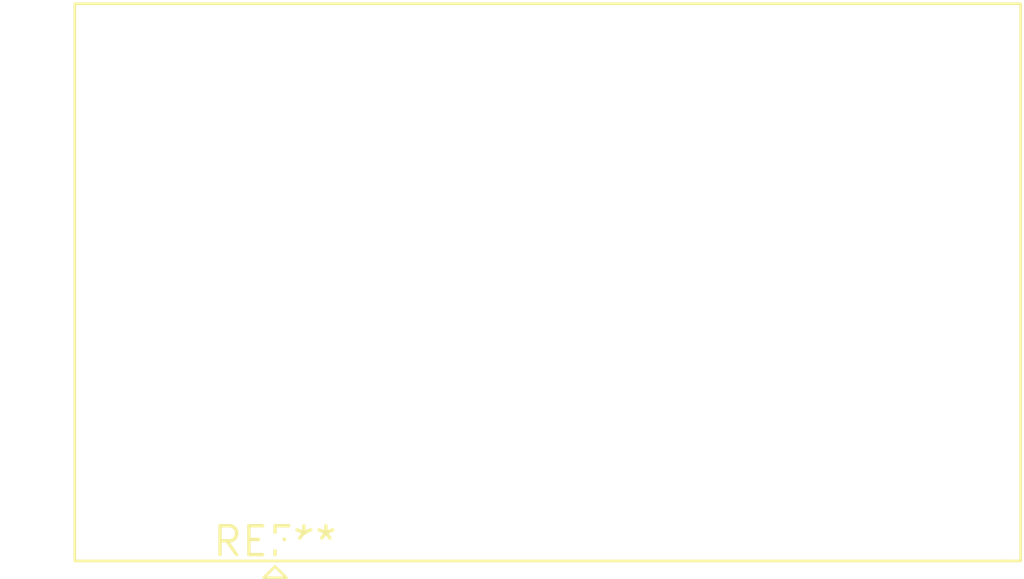
<source format=kicad_pcb>
(kicad_pcb (version 20240108) (generator pcbnew)
  (layers (0 "F.Cu" signal) (31 "B.Cu" signal) (34 "B.Paste" user) (35 "F.Paste" user) (36 "B.SilkS" user "B.Silkscreen") (37 "F.SilkS" user "F.Silkscreen") (38 "B.Mask" user) (39 "F.Mask" user) (44 "Edge.Cuts" user))
  (net 0 "")
  (footprint "NHD-C12832A1Z-FSRGB" (layer "F.Cu") (at 0 0)
    (property "Reference" "REF**")
    (property "Value" "NHD-C12832A1Z-FSRGB")
    (fp_line (start -0.5 1.6) (end 0 1.1) (layer "F.SilkS") (stroke (width 0.12)))
    (fp_line (start 0 1.1) (end 0.5 1.6) (layer "F.SilkS") (stroke (width 0.12)))
    (fp_line (start 0.5 1.6) (end -0.5 1.6) (layer "F.SilkS") (stroke (width 0.12)))
    (fp_rect (start -8.81 -23.66) (end 32.81 0.86) (layer "F.SilkS") (stroke (width 0.12)) (fill none))
    (pad "" np_thru_hole circle (at -8.1 -22.95) (size 0.9 0.9) (drill 0.9) (layers F&B.Cu *.Mask))
    (pad "" np_thru_hole circle (at -8.1 0.15) (size 0.9 0.9) (drill 0.9) (layers F&B.Cu *.Mask))
    (pad "" np_thru_hole circle (at 32.1 -22.95) (size 0.9 0.9) (drill 0.9) (layers F&B.Cu *.Mask))
    (pad "" np_thru_hole circle (at 32.1 0.15) (size 0.9 0.9) (drill 0.9) (layers F&B.Cu *.Mask))
    (pad "1" thru_hole rect (at 0 0) (size 1.1 1.3) (drill 0.7) (layers *.Cu *.Mask) (remove_unused_layers))
    (pad "2" thru_hole oval (at 1.5 0) (size 1.1 1.3) (drill 0.7) (layers *.Cu *.Mask) (remove_unused_layers))
    (pad "3" thru_hole oval (at 3 0) (size 1.1 1.3) (drill 0.7) (layers *.Cu *.Mask) (remove_unused_layers))
    (pad "4" thru_hole oval (at 4.5 0) (size 1.1 1.3) (drill 0.7) (layers *.Cu *.Mask) (remove_unused_layers))
    (pad "5" thru_hole oval (at 6 0) (size 1.1 1.3) (drill 0.7) (layers *.Cu *.Mask) (remove_unused_layers))
    (pad "6" thru_hole oval (at 7.5 0) (size 1.1 1.3) (drill 0.7) (layers *.Cu *.Mask) (remove_unused_layers))
    (pad "7" thru_hole oval (at 9 0) (size 1.1 1.3) (drill 0.7) (layers *.Cu *.Mask) (remove_unused_layers))
    (pad "8" thru_hole oval (at 10.5 0) (size 1.1 1.3) (drill 0.7) (layers *.Cu *.Mask) (remove_unused_layers))
    (pad "9" thru_hole oval (at 12 0) (size 1.1 1.3) (drill 0.7) (layers *.Cu *.Mask) (remove_unused_layers))
    (pad "10" thru_hole oval (at 13.5 0) (size 1.1 1.3) (drill 0.7) (layers *.Cu *.Mask) (remove_unused_layers))
    (pad "11" thru_hole oval (at 15 0) (size 1.1 1.3) (drill 0.7) (layers *.Cu *.Mask) (remove_unused_layers))
    (pad "12" thru_hole oval (at 16.5 0) (size 1.1 1.3) (drill 0.7) (layers *.Cu *.Mask) (remove_unused_layers))
    (pad "13" thru_hole oval (at 18 0) (size 1.1 1.3) (drill 0.7) (layers *.Cu *.Mask) (remove_unused_layers))
    (pad "14" thru_hole oval (at 19.5 0) (size 1.1 1.3) (drill 0.7) (layers *.Cu *.Mask) (remove_unused_layers))
    (pad "15" thru_hole oval (at 21 0) (size 1.1 1.3) (drill 0.7) (layers *.Cu *.Mask) (remove_unused_layers))
    (pad "16" thru_hole oval (at 22.5 0) (size 1.1 1.3) (drill 0.7) (layers *.Cu *.Mask) (remove_unused_layers))
    (pad "17" thru_hole oval (at 24 0) (size 1.1 1.3) (drill 0.7) (layers *.Cu *.Mask) (remove_unused_layers))
    (pad "18" thru_hole oval (at -5.3 -1.8) (size 2.7 1.5) (drill oval 2 0.8) (layers *.Cu *.Mask) (remove_unused_layers))
    (pad "19" thru_hole oval (at -2.3 -1.8) (size 2.7 1.5) (drill oval 2 0.8) (layers *.Cu *.Mask) (remove_unused_layers))
    (pad "20" thru_hole oval (at 26.3 -1.8) (size 2.7 1.5) (drill oval 2 0.8) (layers *.Cu *.Mask) (remove_unused_layers))
    (pad "21" thru_hole oval (at 29.3 -1.8) (size 2.7 1.5) (drill oval 2 0.8) (layers *.Cu *.Mask) (remove_unused_layers))
  )
)
</source>
